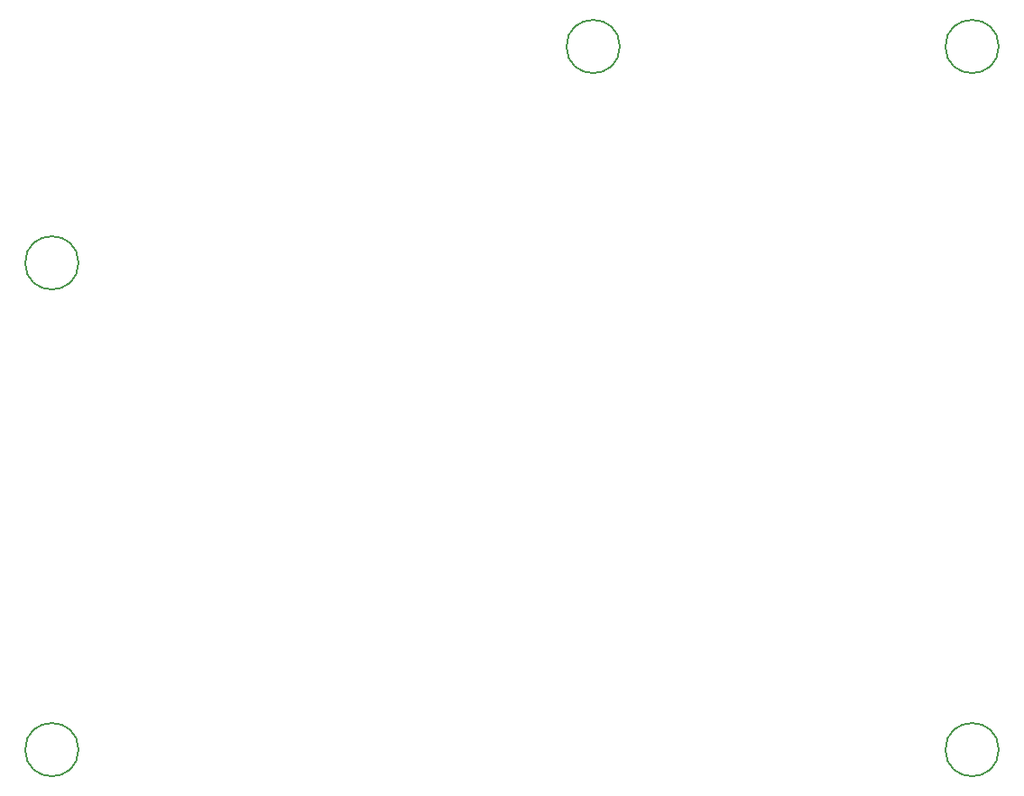
<source format=gbr>
%TF.GenerationSoftware,KiCad,Pcbnew,(6.0.1)*%
%TF.CreationDate,2022-08-01T21:33:22+01:00*%
%TF.ProjectId,psp-bluetooth,7073702d-626c-4756-9574-6f6f74682e6b,rev?*%
%TF.SameCoordinates,Original*%
%TF.FileFunction,Other,Comment*%
%FSLAX46Y46*%
G04 Gerber Fmt 4.6, Leading zero omitted, Abs format (unit mm)*
G04 Created by KiCad (PCBNEW (6.0.1)) date 2022-08-01 21:33:22*
%MOMM*%
%LPD*%
G01*
G04 APERTURE LIST*
%ADD10C,0.150000*%
G04 APERTURE END LIST*
D10*
%TO.C,H4*%
X114260000Y-93980000D02*
G75*
G03*
X114260000Y-93980000I-2500000J0D01*
G01*
%TO.C,H2*%
X200620000Y-27940000D02*
G75*
G03*
X200620000Y-27940000I-2500000J0D01*
G01*
%TO.C,H3*%
X200620000Y-93980000D02*
G75*
G03*
X200620000Y-93980000I-2500000J0D01*
G01*
%TO.C,H5*%
X114260000Y-48260000D02*
G75*
G03*
X114260000Y-48260000I-2500000J0D01*
G01*
%TO.C,H1*%
X165060000Y-27940000D02*
G75*
G03*
X165060000Y-27940000I-2500000J0D01*
G01*
%TD*%
M02*

</source>
